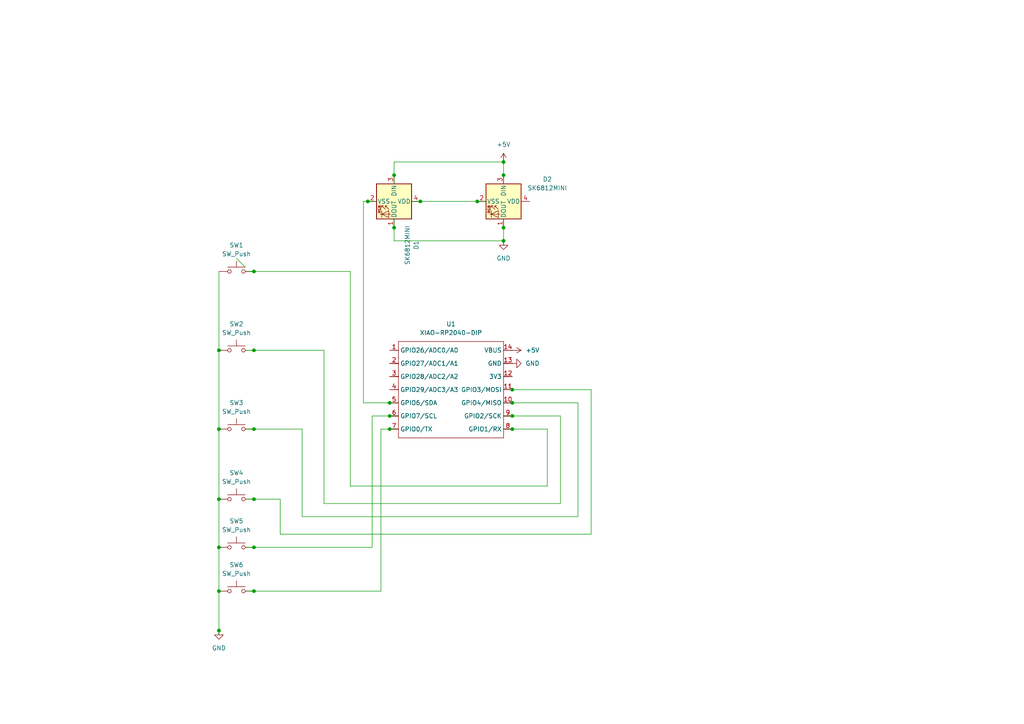
<source format=kicad_sch>
(kicad_sch (version 20250114) (generator "eeschema") (generator_version "9.0")
  (paper "A4")
  (lib_symbols
    (symbol "LED:SK6812MINI" (pin_names (offset 0.254))
      (property "Reference" "D" (at 5.08 5.715 0))
      (property "Value" "SK6812MINI" (at 1.27 -5.715 0))
      (symbol "SK6812MINI_0_0"
        (text "RGB" (at 2.286 -4.191 0) (effects (font (size 0.762 0.762))))
      )
      (symbol "SK6812MINI_0_1"
        (polyline (pts (xy 1.27 -2.54) (xy 1.778 -2.54)))
        (polyline (pts (xy 1.27 -3.556) (xy 1.778 -3.556)))
        (polyline (pts (xy 2.286 -1.524) (xy 1.27 -2.54) (xy 1.27 -2.032)))
        (polyline (pts (xy 2.286 -2.54) (xy 1.27 -3.556) (xy 1.27 -3.048)))
        (polyline (pts (xy 3.683 -1.016) (xy 3.683 -3.556) (xy 3.683 -4.064)))
        (polyline (pts (xy 4.699 -1.524) (xy 2.667 -1.524) (xy 3.683 -3.556) (xy 4.699 -1.524)))
        (polyline (pts (xy 4.699 -3.556) (xy 2.667 -3.556)))
        (rectangle (start 5.08 5.08) (end -5.08 -5.08) (stroke (width 0.254)) (fill (type background)))
      )
      (symbol "SK6812MINI_1_1"
        (pin input line (at -7.62 0 0) (length 2.54) (name "DIN") (number "3"))
        (pin power_in line (at 0 7.62 270) (length 2.54) (name "VDD") (number "4"))
        (pin power_in line (at 0 -7.62 90) (length 2.54) (name "VSS") (number "2"))
        (pin output line (at 7.62 0 180) (length 2.54) (name "DOUT") (number "1"))
      )
    )
    (symbol "OPL Library:XIAO-RP2040-DIP"
      (property "Reference" "U" (at 0 0 0))
      (property "Value" "XIAO-RP2040-DIP" (at 5.334 -1.778 0))
      (symbol "XIAO-RP2040-DIP_1_0"
        (polyline (pts (xy -1.27 -2.54) (xy 29.21 -2.54)) (stroke (width 0.1524)))
        (polyline (pts (xy -1.27 -5.08) (xy -2.54 -5.08)) (stroke (width 0.1524)))
        (polyline (pts (xy -1.27 -5.08) (xy -1.27 -2.54)) (stroke (width 0.1524)))
        (polyline (pts (xy -1.27 -8.89) (xy -2.54 -8.89)) (stroke (width 0.1524)))
        (polyline (pts (xy -1.27 -8.89) (xy -1.27 -5.08)) (stroke (width 0.1524)))
        (polyline (pts (xy -1.27 -12.7) (xy -2.54 -12.7)) (stroke (width 0.1524)))
        (polyline (pts (xy -1.27 -12.7) (xy -1.27 -8.89)) (stroke (width 0.1524)))
        (polyline (pts (xy -1.27 -16.51) (xy -2.54 -16.51)) (stroke (width 0.1524)))
        (polyline (pts (xy -1.27 -16.51) (xy -1.27 -12.7)) (stroke (width 0.1524)))
        (polyline (pts (xy -1.27 -20.32) (xy -2.54 -20.32)) (stroke (width 0.1524)))
        (polyline (pts (xy -1.27 -24.13) (xy -2.54 -24.13)) (stroke (width 0.1524)))
        (polyline (pts (xy -1.27 -27.94) (xy -2.54 -27.94)) (stroke (width 0.1524)))
        (polyline (pts (xy -1.27 -30.48) (xy -1.27 -16.51)) (stroke (width 0.1524)))
        (polyline (pts (xy 29.21 -2.54) (xy 29.21 -5.08)) (stroke (width 0.1524)))
        (polyline (pts (xy 29.21 -5.08) (xy 29.21 -8.89)) (stroke (width 0.1524)))
        (polyline (pts (xy 29.21 -8.89) (xy 29.21 -12.7)) (stroke (width 0.1524)))
        (polyline (pts (xy 29.21 -12.7) (xy 29.21 -30.48)) (stroke (width 0.1524)))
        (polyline (pts (xy 29.21 -30.48) (xy -1.27 -30.48)) (stroke (width 0.1524)))
        (polyline (pts (xy 30.48 -5.08) (xy 29.21 -5.08)) (stroke (width 0.1524)))
        (polyline (pts (xy 30.48 -8.89) (xy 29.21 -8.89)) (stroke (width 0.1524)))
        (polyline (pts (xy 30.48 -12.7) (xy 29.21 -12.7)) (stroke (width 0.1524)))
        (polyline (pts (xy 30.48 -16.51) (xy 29.21 -16.51)) (stroke (width 0.1524)))
        (polyline (pts (xy 30.48 -20.32) (xy 29.21 -20.32)) (stroke (width 0.1524)))
        (polyline (pts (xy 30.48 -24.13) (xy 29.21 -24.13)) (stroke (width 0.1524)))
        (polyline (pts (xy 30.48 -27.94) (xy 29.21 -27.94)) (stroke (width 0.1524)))
        (pin passive line (at -3.81 -5.08 0) (length 2.54) (name "GPIO26/ADC0/A0") (number "1"))
        (pin passive line (at -3.81 -8.89 0) (length 2.54) (name "GPIO27/ADC1/A1") (number "2"))
        (pin passive line (at -3.81 -12.7 0) (length 2.54) (name "GPIO28/ADC2/A2") (number "3"))
        (pin passive line (at -3.81 -16.51 0) (length 2.54) (name "GPIO29/ADC3/A3") (number "4"))
        (pin passive line (at -3.81 -20.32 0) (length 2.54) (name "GPIO6/SDA") (number "5"))
        (pin passive line (at -3.81 -24.13 0) (length 2.54) (name "GPIO7/SCL") (number "6"))
        (pin passive line (at -3.81 -27.94 0) (length 2.54) (name "GPIO0/TX") (number "7"))
        (pin passive line (at 31.75 -5.08 180) (length 2.54) (name "VBUS") (number "14"))
        (pin passive line (at 31.75 -8.89 180) (length 2.54) (name "GND") (number "13"))
        (pin passive line (at 31.75 -12.7 180) (length 2.54) (name "3V3") (number "12"))
        (pin passive line (at 31.75 -16.51 180) (length 2.54) (name "GPIO3/MOSI") (number "11"))
        (pin passive line (at 31.75 -20.32 180) (length 2.54) (name "GPIO4/MISO") (number "10"))
        (pin passive line (at 31.75 -24.13 180) (length 2.54) (name "GPIO2/SCK") (number "9"))
        (pin passive line (at 31.75 -27.94 180) (length 2.54) (name "GPIO1/RX") (number "8"))
      )
    )
    (symbol "Switch:SW_Push" (pin_numbers (hide yes)) (pin_names (offset 1.016) (hide yes))
      (property "Reference" "SW" (at 1.27 2.54 0))
      (property "Value" "SW_Push" (at 0 -1.524 0))
      (symbol "SW_Push_0_1"
        (circle (center -2.032 0) (radius 0.508))
        (polyline (pts (xy 0 1.27) (xy 0 3.048)))
        (circle (center 2.032 0) (radius 0.508))
        (polyline (pts (xy 2.54 1.27) (xy -2.54 1.27)))
        (pin passive line (at -5.08 0 0) (length 2.54) (name "1") (number "1"))
        (pin passive line (at 5.08 0 180) (length 2.54) (name "2") (number "2"))
      )
    )
    (symbol "power:+5V" (power) (pin_numbers (hide yes)) (pin_names (offset 0) (hide yes))
      (property "Value" "+5V" (at 0 3.556 0))
      (symbol "+5V_0_1"
        (polyline (pts (xy -0.762 1.27) (xy 0 2.54)))
        (polyline (pts (xy 0 2.54) (xy 0.762 1.27)))
        (polyline (pts (xy 0 0) (xy 0 2.54)))
      )
      (symbol "+5V_1_1"
        (pin power_in line (at 0 0 90) (length 0) (name "~") (number "1"))
      )
    )
    (symbol "power:GND" (power) (pin_numbers (hide yes)) (pin_names (offset 0) (hide yes))
      (property "Value" "GND" (at 0 -3.81 0))
      (symbol "GND_0_1"
        (polyline (pts (xy 0 0) (xy 0 -1.27) (xy 1.27 -1.27) (xy 0 -2.54) (xy -1.27 -1.27) (xy 0 -1.27)))
      )
      (symbol "GND_1_1"
        (pin power_in line (at 0 0 270) (length 0) (name "~") (number "1"))
      )
    )
  )
  (junction (at 63.5 171.45))
  (junction (at 114.3 50.8))
  (junction (at 63.5 144.78))
  (junction (at 121.92 58.42))
  (junction (at 73.66 144.78))
  (junction (at 63.5 158.75))
  (junction (at 113.03 120.65))
  (junction (at 148.59 124.46))
  (junction (at 73.66 158.75))
  (junction (at 146.05 46.99))
  (junction (at 148.59 113.03))
  (junction (at 63.5 182.88))
  (junction (at 73.66 124.46))
  (junction (at 138.43 58.42))
  (junction (at 63.5 124.46))
  (junction (at 113.03 124.46))
  (junction (at 106.68 58.42))
  (junction (at 146.05 69.85))
  (junction (at 148.59 120.65))
  (junction (at 146.05 66.04))
  (junction (at 146.05 50.8))
  (junction (at 63.5 101.6))
  (junction (at 113.03 116.84))
  (junction (at 148.59 116.84))
  (junction (at 114.3 66.04))
  (junction (at 73.66 78.74))
  (junction (at 73.66 101.6))
  (junction (at 73.66 171.45))
  (bus_entry (at 68.58 74.93) (size 2.54 2.54))
  (wire (pts (xy 138.43 58.42) (xy 140.97 58.42)))
  (wire (pts (xy 110.49 124.46) (xy 113.03 124.46)))
  (wire (pts (xy 71.12 124.46) (xy 73.66 124.46)))
  (wire (pts (xy 105.41 116.84) (xy 113.03 116.84)))
  (wire (pts (xy 167.64 149.86) (xy 167.64 116.84)))
  (wire (pts (xy 106.68 58.42) (xy 105.41 58.42)))
  (wire (pts (xy 109.22 58.42) (xy 106.68 58.42)))
  (wire (pts (xy 119.38 58.42) (xy 121.92 58.42)))
  (wire (pts (xy 114.3 46.99) (xy 146.05 46.99)))
  (wire (pts (xy 113.03 124.46) (xy 115.57 124.46)))
  (wire (pts (xy 148.59 113.03) (xy 171.45 113.03)))
  (wire (pts (xy 148.59 124.46) (xy 158.75 124.46)))
  (wire (pts (xy 121.92 58.42) (xy 138.43 58.42)))
  (wire (pts (xy 73.66 101.6) (xy 93.98 101.6)))
  (wire (pts (xy 73.66 158.75) (xy 107.95 158.75)))
  (wire (pts (xy 113.03 116.84) (xy 115.57 116.84)))
  (wire (pts (xy 71.12 171.45) (xy 73.66 171.45)))
  (wire (pts (xy 101.6 78.74) (xy 101.6 140.97)))
  (wire (pts (xy 71.12 78.74) (xy 73.66 78.74)))
  (wire (pts (xy 162.56 146.05) (xy 162.56 120.65)))
  (wire (pts (xy 146.05 116.84) (xy 148.59 116.84)))
  (wire (pts (xy 148.59 116.84) (xy 167.64 116.84)))
  (wire (pts (xy 63.5 101.6) (xy 63.5 124.46)))
  (wire (pts (xy 146.05 69.85) (xy 146.05 71.12)))
  (wire (pts (xy 63.5 78.74) (xy 63.5 101.6)))
  (wire (pts (xy 71.12 144.78) (xy 73.66 144.78)))
  (wire (pts (xy 146.05 44.45) (xy 146.05 46.99)))
  (wire (pts (xy 114.3 63.5) (xy 114.3 66.04)))
  (wire (pts (xy 71.12 158.75) (xy 73.66 158.75)))
  (wire (pts (xy 93.98 146.05) (xy 162.56 146.05)))
  (wire (pts (xy 114.3 69.85) (xy 146.05 69.85)))
  (wire (pts (xy 105.41 58.42) (xy 105.41 116.84)))
  (wire (pts (xy 107.95 158.75) (xy 107.95 120.65)))
  (wire (pts (xy 71.12 101.6) (xy 73.66 101.6)))
  (wire (pts (xy 87.63 124.46) (xy 87.63 149.86)))
  (wire (pts (xy 146.05 66.04) (xy 146.05 69.85)))
  (wire (pts (xy 63.5 124.46) (xy 63.5 144.78)))
  (wire (pts (xy 146.05 124.46) (xy 148.59 124.46)))
  (wire (pts (xy 81.28 154.94) (xy 171.45 154.94)))
  (wire (pts (xy 146.05 50.8) (xy 146.05 53.34)))
  (wire (pts (xy 114.3 53.34) (xy 114.3 50.8)))
  (wire (pts (xy 63.5 158.75) (xy 63.5 171.45)))
  (wire (pts (xy 146.05 63.5) (xy 146.05 66.04)))
  (wire (pts (xy 158.75 140.97) (xy 158.75 124.46)))
  (wire (pts (xy 73.66 144.78) (xy 81.28 144.78)))
  (wire (pts (xy 63.5 144.78) (xy 63.5 158.75)))
  (wire (pts (xy 110.49 171.45) (xy 110.49 124.46)))
  (wire (pts (xy 63.5 182.88) (xy 63.5 184.15)))
  (wire (pts (xy 101.6 140.97) (xy 158.75 140.97)))
  (wire (pts (xy 93.98 101.6) (xy 93.98 146.05)))
  (wire (pts (xy 146.05 113.03) (xy 148.59 113.03)))
  (wire (pts (xy 171.45 154.94) (xy 171.45 113.03)))
  (wire (pts (xy 87.63 149.86) (xy 167.64 149.86)))
  (wire (pts (xy 146.05 120.65) (xy 148.59 120.65)))
  (wire (pts (xy 63.5 171.45) (xy 63.5 182.88)))
  (wire (pts (xy 114.3 66.04) (xy 114.3 69.85)))
  (wire (pts (xy 81.28 144.78) (xy 81.28 154.94)))
  (wire (pts (xy 107.95 120.65) (xy 113.03 120.65)))
  (wire (pts (xy 113.03 120.65) (xy 115.57 120.65)))
  (wire (pts (xy 146.05 46.99) (xy 146.05 50.8)))
  (wire (pts (xy 73.66 171.45) (xy 110.49 171.45)))
  (wire (pts (xy 73.66 124.46) (xy 87.63 124.46)))
  (wire (pts (xy 73.66 78.74) (xy 101.6 78.74)))
  (wire (pts (xy 114.3 50.8) (xy 114.3 46.99)))
  (wire (pts (xy 148.59 120.65) (xy 162.56 120.65)))
  (symbol (lib_id "Switch:SW_Push") (at 68.58 144.78 0) (unit 1)
    (property "Reference" "SW4" (at 68.58 137.16 0))
    (property "Value" "SW_Push" (at 68.58 139.7 0))
    (property "Footprint" "Button_Switch_Keyboard:SW_Cherry_MX_1.00u_PCB" (effects (hide yes)))
    (property "Description" "Push button switch, generic, two pins" (effects (hide yes)))
  )
  (symbol (lib_id "OPL Library:XIAO-RP2040-DIP") (at 116.84 96.52 0) (unit 1)
    (property "Reference" "U1" (at 130.81 93.98 0))
    (property "Value" "XIAO-RP2040-DIP" (at 130.81 96.52 0))
    (property "Footprint" "OPL Library:XIAO-RP2040-DIP" (effects (hide yes)))
  )
  (symbol (lib_id "LED:SK6812MINI") (at 114.3 58.42 270) (unit 1)
    (property "Reference" "D1" (at 120.7202 71.12 0))
    (property "Value" "SK6812MINI" (at 118.1802 71.12 0))
    (property "Footprint" "LED_SMD:LED_SK6812MINI_PLCC4_3.5x3.5mm_P1.75mm" (effects (hide yes)))
    (property "Datasheet" "https://cdn-shop.adafruit.com/product-files/2686/SK6812MINI_REV.01-1-2.pdf" (effects (hide yes)))
    (property "Description" "RGB LED with integrated controller" (effects (hide yes)))
  )
  (symbol (lib_id "Switch:SW_Push") (at 68.58 158.75 0) (unit 1)
    (property "Reference" "SW5" (at 68.58 151.13 0))
    (property "Value" "SW_Push" (at 68.58 153.67 0))
    (property "Footprint" "Button_Switch_Keyboard:SW_Cherry_MX_1.00u_PCB" (effects (hide yes)))
    (property "Description" "Push button switch, generic, two pins" (effects (hide yes)))
  )
  (symbol (lib_id "Switch:SW_Push") (at 68.58 124.46 0) (unit 1)
    (property "Reference" "SW3" (at 68.58 116.84 0))
    (property "Value" "SW_Push" (at 68.58 119.38 0))
    (property "Footprint" "Button_Switch_Keyboard:SW_Cherry_MX_1.00u_PCB" (effects (hide yes)))
    (property "Description" "Push button switch, generic, two pins" (effects (hide yes)))
  )
  (symbol (lib_id "Switch:SW_Push") (at 68.58 78.74 0) (unit 1)
    (property "Reference" "SW1" (at 68.58 71.12 0))
    (property "Value" "SW_Push" (at 68.58 73.66 0))
    (property "Footprint" "Button_Switch_Keyboard:SW_Cherry_MX_1.00u_PCB" (effects (hide yes)))
    (property "Description" "Push button switch, generic, two pins" (effects (hide yes)))
  )
  (symbol (lib_id "power:GND") (at 148.59 105.41 90) (unit 1)
    (property "Reference" "#PWR02" (effects (hide yes)))
    (property "Value" "GND" (at 152.4 105.4099 90) (effects (justify right)))
    (property "Description" "Power symbol creates a global label with name \"GND\" , ground" (effects (hide yes)))
  )
  (symbol (lib_id "power:GND") (at 146.05 69.85 0) (unit 1)
    (property "Reference" "#PWR01" (effects (hide yes)))
    (property "Value" "GND" (at 146.05 74.93 0))
    (property "Description" "Power symbol creates a global label with name \"GND\" , ground" (effects (hide yes)))
  )
  (symbol (lib_id "power:GND") (at 63.5 182.88 0) (unit 1)
    (property "Reference" "#PWR05" (effects (hide yes)))
    (property "Value" "GND" (at 63.5 187.96 0))
    (property "Description" "Power symbol creates a global label with name \"GND\" , ground" (effects (hide yes)))
  )
  (symbol (lib_id "LED:SK6812MINI") (at 146.05 58.42 270) (unit 1)
    (property "Reference" "D2" (at 158.75 51.9998 90))
    (property "Value" "SK6812MINI" (at 158.75 54.5398 90))
    (property "Footprint" "LED_SMD:LED_SK6812MINI_PLCC4_3.5x3.5mm_P1.75mm" (effects (hide yes)))
    (property "Datasheet" "https://cdn-shop.adafruit.com/product-files/2686/SK6812MINI_REV.01-1-2.pdf" (effects (hide yes)))
    (property "Description" "RGB LED with integrated controller" (effects (hide yes)))
  )
  (symbol (lib_id "power:+5V") (at 148.59 101.6 270) (unit 1)
    (property "Reference" "#PWR03" (effects (hide yes)))
    (property "Value" "+5V" (at 152.4 101.5999 90) (effects (justify left)))
    (property "Description" "Power symbol creates a global label with name \"+5V\"" (effects (hide yes)))
  )
  (symbol (lib_id "power:+5V") (at 146.05 46.99 0) (unit 1)
    (property "Reference" "#PWR04" (effects (hide yes)))
    (property "Value" "+5V" (at 146.05 41.91 0))
    (property "Description" "Power symbol creates a global label with name \"+5V\"" (effects (hide yes)))
  )
  (symbol (lib_id "Switch:SW_Push") (at 68.58 171.45 0) (unit 1)
    (property "Reference" "SW6" (at 68.58 163.83 0))
    (property "Value" "SW_Push" (at 68.58 166.37 0))
    (property "Footprint" "Button_Switch_Keyboard:SW_Cherry_MX_1.00u_PCB" (effects (hide yes)))
    (property "Description" "Push button switch, generic, two pins" (effects (hide yes)))
  )
  (symbol (lib_id "Switch:SW_Push") (at 68.58 101.6 0) (unit 1)
    (property "Reference" "SW2" (at 68.58 93.98 0))
    (property "Value" "SW_Push" (at 68.58 96.52 0))
    (property "Footprint" "Button_Switch_Keyboard:SW_Cherry_MX_1.00u_PCB" (effects (hide yes)))
    (property "Description" "Push button switch, generic, two pins" (effects (hide yes)))
  )
)
</source>
